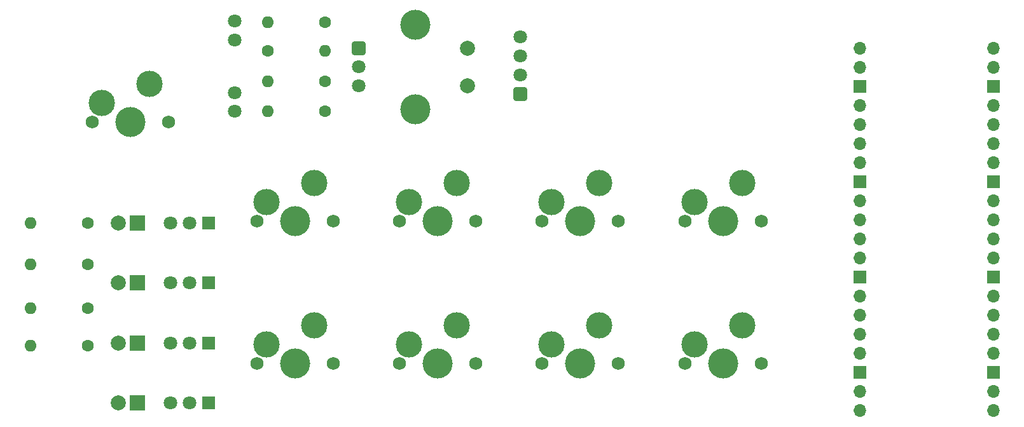
<source format=gbr>
%TF.GenerationSoftware,KiCad,Pcbnew,8.0.1*%
%TF.CreationDate,2024-04-20T14:30:11+01:00*%
%TF.ProjectId,macropad-rev1,6d616372-6f70-4616-942d-726576312e6b,r1*%
%TF.SameCoordinates,Original*%
%TF.FileFunction,Soldermask,Bot*%
%TF.FilePolarity,Negative*%
%FSLAX46Y46*%
G04 Gerber Fmt 4.6, Leading zero omitted, Abs format (unit mm)*
G04 Created by KiCad (PCBNEW 8.0.1) date 2024-04-20 14:30:11*
%MOMM*%
%LPD*%
G01*
G04 APERTURE LIST*
G04 Aperture macros list*
%AMRoundRect*
0 Rectangle with rounded corners*
0 $1 Rounding radius*
0 $2 $3 $4 $5 $6 $7 $8 $9 X,Y pos of 4 corners*
0 Add a 4 corners polygon primitive as box body*
4,1,4,$2,$3,$4,$5,$6,$7,$8,$9,$2,$3,0*
0 Add four circle primitives for the rounded corners*
1,1,$1+$1,$2,$3*
1,1,$1+$1,$4,$5*
1,1,$1+$1,$6,$7*
1,1,$1+$1,$8,$9*
0 Add four rect primitives between the rounded corners*
20,1,$1+$1,$2,$3,$4,$5,0*
20,1,$1+$1,$4,$5,$6,$7,0*
20,1,$1+$1,$6,$7,$8,$9,0*
20,1,$1+$1,$8,$9,$2,$3,0*%
G04 Aperture macros list end*
%ADD10C,1.750000*%
%ADD11C,4.000000*%
%ADD12C,3.500000*%
%ADD13C,1.800000*%
%ADD14R,1.800000X1.800000*%
%ADD15R,2.000000X2.000000*%
%ADD16C,2.000000*%
%ADD17C,1.600000*%
%ADD18O,1.600000X1.600000*%
%ADD19RoundRect,0.250000X0.650000X0.650000X-0.650000X0.650000X-0.650000X-0.650000X0.650000X-0.650000X0*%
%ADD20RoundRect,0.281250X-0.618750X-0.618750X0.618750X-0.618750X0.618750X0.618750X-0.618750X0.618750X0*%
%ADD21O,1.700000X1.700000*%
%ADD22R,1.700000X1.700000*%
G04 APERTURE END LIST*
D10*
%TO.C,SW5*%
X119920000Y-119000000D03*
D11*
X125000000Y-119000000D03*
D10*
X130080000Y-119000000D03*
D12*
X121190000Y-116460000D03*
X127540000Y-113920000D03*
%TD*%
D13*
%TO.C,C2*%
X117000000Y-75900000D03*
X117000000Y-73400000D03*
%TD*%
D14*
%TO.C,Q1*%
X113500000Y-124250000D03*
D13*
X110960000Y-124250000D03*
X108420000Y-124250000D03*
%TD*%
D10*
%TO.C,SW8*%
X176920000Y-119000000D03*
D11*
X182000000Y-119000000D03*
D10*
X187080000Y-119000000D03*
D12*
X178190000Y-116460000D03*
X184540000Y-113920000D03*
%TD*%
D15*
%TO.C,D1*%
X104000000Y-124250000D03*
D16*
X101460000Y-124250000D03*
%TD*%
D15*
%TO.C,D3*%
X104000000Y-108250000D03*
D16*
X101460000Y-108250000D03*
%TD*%
D10*
%TO.C,SW2*%
X138920000Y-100000000D03*
D11*
X144000000Y-100000000D03*
D10*
X149080000Y-100000000D03*
D12*
X140190000Y-97460000D03*
X146540000Y-94920000D03*
%TD*%
D14*
%TO.C,Q3*%
X113500000Y-108250000D03*
D13*
X110960000Y-108250000D03*
X108420000Y-108250000D03*
%TD*%
D17*
%TO.C,R2*%
X97420000Y-111600000D03*
D18*
X89800000Y-111600000D03*
%TD*%
D10*
%TO.C,SW7*%
X157920000Y-119000000D03*
D11*
X163000000Y-119000000D03*
D10*
X168080000Y-119000000D03*
D12*
X159190000Y-116460000D03*
X165540000Y-113920000D03*
%TD*%
D14*
%TO.C,Q2*%
X113500000Y-116250000D03*
D13*
X110960000Y-116250000D03*
X108420000Y-116250000D03*
%TD*%
D17*
%TO.C,R3*%
X97420000Y-105800000D03*
D18*
X89800000Y-105800000D03*
%TD*%
D17*
%TO.C,R6*%
X129000000Y-73500000D03*
D18*
X121380000Y-73500000D03*
%TD*%
D14*
%TO.C,Q4*%
X113500000Y-100250000D03*
D13*
X110960000Y-100250000D03*
X108420000Y-100250000D03*
%TD*%
D17*
%TO.C,R8*%
X121380000Y-77350000D03*
D18*
X129000000Y-77350000D03*
%TD*%
D15*
%TO.C,D2*%
X104000000Y-116250000D03*
D16*
X101460000Y-116250000D03*
%TD*%
D17*
%TO.C,R1*%
X97420000Y-116600000D03*
D18*
X89800000Y-116600000D03*
%TD*%
D15*
%TO.C,D4*%
X104000000Y-100250000D03*
D16*
X101460000Y-100250000D03*
%TD*%
D10*
%TO.C,SW9*%
X98040000Y-86800000D03*
D11*
X103120000Y-86800000D03*
D10*
X108200000Y-86800000D03*
D12*
X99310000Y-84260000D03*
X105660000Y-81720000D03*
%TD*%
D17*
%TO.C,R7*%
X129000000Y-81400000D03*
D18*
X121380000Y-81400000D03*
%TD*%
D10*
%TO.C,SW1*%
X119920000Y-100000000D03*
D11*
X125000000Y-100000000D03*
D10*
X130080000Y-100000000D03*
D12*
X121190000Y-97460000D03*
X127540000Y-94920000D03*
%TD*%
D10*
%TO.C,SW3*%
X157920000Y-100000000D03*
D11*
X163000000Y-100000000D03*
D10*
X168080000Y-100000000D03*
D12*
X159190000Y-97460000D03*
X165540000Y-94920000D03*
%TD*%
D19*
%TO.C,U2*%
X155000000Y-83080000D03*
D13*
X155000000Y-80540000D03*
X155000000Y-78000000D03*
X155000000Y-75460000D03*
%TD*%
D20*
%TO.C,SW10*%
X133500000Y-77000000D03*
D13*
X133500000Y-82000000D03*
X133500000Y-79500000D03*
D16*
X148000000Y-77000000D03*
X148000000Y-82000000D03*
D11*
X141000000Y-73900000D03*
X141000000Y-85100000D03*
%TD*%
D17*
%TO.C,R4*%
X97420000Y-100250000D03*
D18*
X89800000Y-100250000D03*
%TD*%
D17*
%TO.C,R5*%
X129000000Y-85400000D03*
D18*
X121380000Y-85400000D03*
%TD*%
D13*
%TO.C,C1*%
X117000000Y-85400000D03*
X117000000Y-82900000D03*
%TD*%
D21*
%TO.C,U1*%
X200220000Y-77000000D03*
X200220000Y-79540000D03*
D22*
X200220000Y-82080000D03*
D21*
X200220000Y-84620000D03*
X200220000Y-87160000D03*
X200220000Y-89700000D03*
X200220000Y-92240000D03*
D22*
X200220000Y-94780000D03*
D21*
X200220000Y-97320000D03*
X200220000Y-99860000D03*
X200220000Y-102400000D03*
X200220000Y-104940000D03*
D22*
X200220000Y-107480000D03*
D21*
X200220000Y-110020000D03*
X200220000Y-112560000D03*
X200220000Y-115100000D03*
X200220000Y-117640000D03*
D22*
X200220000Y-120180000D03*
D21*
X200220000Y-122720000D03*
X200220000Y-125260000D03*
X218000000Y-125260000D03*
X218000000Y-122720000D03*
D22*
X218000000Y-120180000D03*
D21*
X218000000Y-117640000D03*
X218000000Y-115100000D03*
X218000000Y-112560000D03*
X218000000Y-110020000D03*
D22*
X218000000Y-107480000D03*
D21*
X218000000Y-104940000D03*
X218000000Y-102400000D03*
X218000000Y-99860000D03*
X218000000Y-97320000D03*
D22*
X218000000Y-94780000D03*
D21*
X218000000Y-92240000D03*
X218000000Y-89700000D03*
X218000000Y-87160000D03*
X218000000Y-84620000D03*
D22*
X218000000Y-82080000D03*
D21*
X218000000Y-79540000D03*
X218000000Y-77000000D03*
%TD*%
D10*
%TO.C,SW6*%
X138920000Y-119000000D03*
D11*
X144000000Y-119000000D03*
D10*
X149080000Y-119000000D03*
D12*
X140190000Y-116460000D03*
X146540000Y-113920000D03*
%TD*%
D10*
%TO.C,SW4*%
X176920000Y-100000000D03*
D11*
X182000000Y-100000000D03*
D10*
X187080000Y-100000000D03*
D12*
X178190000Y-97460000D03*
X184540000Y-94920000D03*
%TD*%
M02*

</source>
